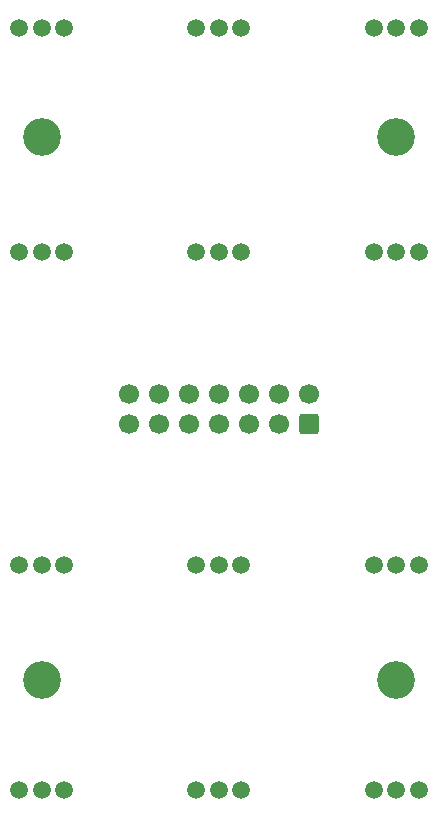
<source format=gbr>
%TF.GenerationSoftware,KiCad,Pcbnew,9.0.2*%
%TF.CreationDate,2025-06-15T15:12:46-06:00*%
%TF.ProjectId,Logic board magnetic sensor,4c6f6769-6320-4626-9f61-7264206d6167,rev?*%
%TF.SameCoordinates,Original*%
%TF.FileFunction,Soldermask,Bot*%
%TF.FilePolarity,Negative*%
%FSLAX46Y46*%
G04 Gerber Fmt 4.6, Leading zero omitted, Abs format (unit mm)*
G04 Created by KiCad (PCBNEW 9.0.2) date 2025-06-15 15:12:46*
%MOMM*%
%LPD*%
G01*
G04 APERTURE LIST*
G04 Aperture macros list*
%AMRoundRect*
0 Rectangle with rounded corners*
0 $1 Rounding radius*
0 $2 $3 $4 $5 $6 $7 $8 $9 X,Y pos of 4 corners*
0 Add a 4 corners polygon primitive as box body*
4,1,4,$2,$3,$4,$5,$6,$7,$8,$9,$2,$3,0*
0 Add four circle primitives for the rounded corners*
1,1,$1+$1,$2,$3*
1,1,$1+$1,$4,$5*
1,1,$1+$1,$6,$7*
1,1,$1+$1,$8,$9*
0 Add four rect primitives between the rounded corners*
20,1,$1+$1,$2,$3,$4,$5,0*
20,1,$1+$1,$4,$5,$6,$7,0*
20,1,$1+$1,$6,$7,$8,$9,0*
20,1,$1+$1,$8,$9,$2,$3,0*%
G04 Aperture macros list end*
%ADD10C,1.500000*%
%ADD11RoundRect,0.250000X0.600000X-0.600000X0.600000X0.600000X-0.600000X0.600000X-0.600000X-0.600000X0*%
%ADD12C,1.700000*%
%ADD13C,3.200000*%
G04 APERTURE END LIST*
D10*
%TO.C,U12*%
X154905000Y-102250000D03*
X153000000Y-102250000D03*
X151095000Y-102250000D03*
%TD*%
%TO.C,U11*%
X139905000Y-102250000D03*
X138000000Y-102250000D03*
X136095000Y-102250000D03*
%TD*%
%TO.C,U10*%
X124905000Y-102250000D03*
X123000000Y-102250000D03*
X121095000Y-102250000D03*
%TD*%
%TO.C,U9*%
X151095000Y-83250000D03*
X153000000Y-83250000D03*
X154905000Y-83250000D03*
%TD*%
%TO.C,U8*%
X136095000Y-83250000D03*
X138000000Y-83250000D03*
X139905000Y-83250000D03*
%TD*%
%TO.C,U7*%
X121095000Y-83250000D03*
X123000000Y-83250000D03*
X124905000Y-83250000D03*
%TD*%
D11*
%TO.C,J2*%
X145620000Y-71270000D03*
D12*
X145620000Y-68730000D03*
X143080000Y-71270000D03*
X143080000Y-68730000D03*
X140540000Y-71270000D03*
X140540000Y-68730000D03*
X138000000Y-71270000D03*
X138000000Y-68730000D03*
X135460000Y-71270000D03*
X135460000Y-68730000D03*
X132920000Y-71270000D03*
X132920000Y-68730000D03*
X130380000Y-71270000D03*
X130380000Y-68730000D03*
%TD*%
D13*
%TO.C,H4*%
X123000000Y-93000000D03*
%TD*%
%TO.C,H3*%
X153000000Y-93000000D03*
%TD*%
D10*
%TO.C,U2*%
X136095000Y-37750000D03*
X138000000Y-37750000D03*
X139905000Y-37750000D03*
%TD*%
%TO.C,U6*%
X154905000Y-56750000D03*
X153000000Y-56750000D03*
X151095000Y-56750000D03*
%TD*%
%TO.C,U4*%
X124905000Y-56750000D03*
X123000000Y-56750000D03*
X121095000Y-56750000D03*
%TD*%
%TO.C,U5*%
X139905000Y-56750000D03*
X138000000Y-56750000D03*
X136095000Y-56750000D03*
%TD*%
%TO.C,U1*%
X121095000Y-37750000D03*
X123000000Y-37750000D03*
X124905000Y-37750000D03*
%TD*%
%TO.C,U3*%
X151095000Y-37750000D03*
X153000000Y-37750000D03*
X154905000Y-37750000D03*
%TD*%
D13*
%TO.C,H2*%
X153000000Y-47000000D03*
%TD*%
%TO.C,H1*%
X123000000Y-47000000D03*
%TD*%
M02*

</source>
